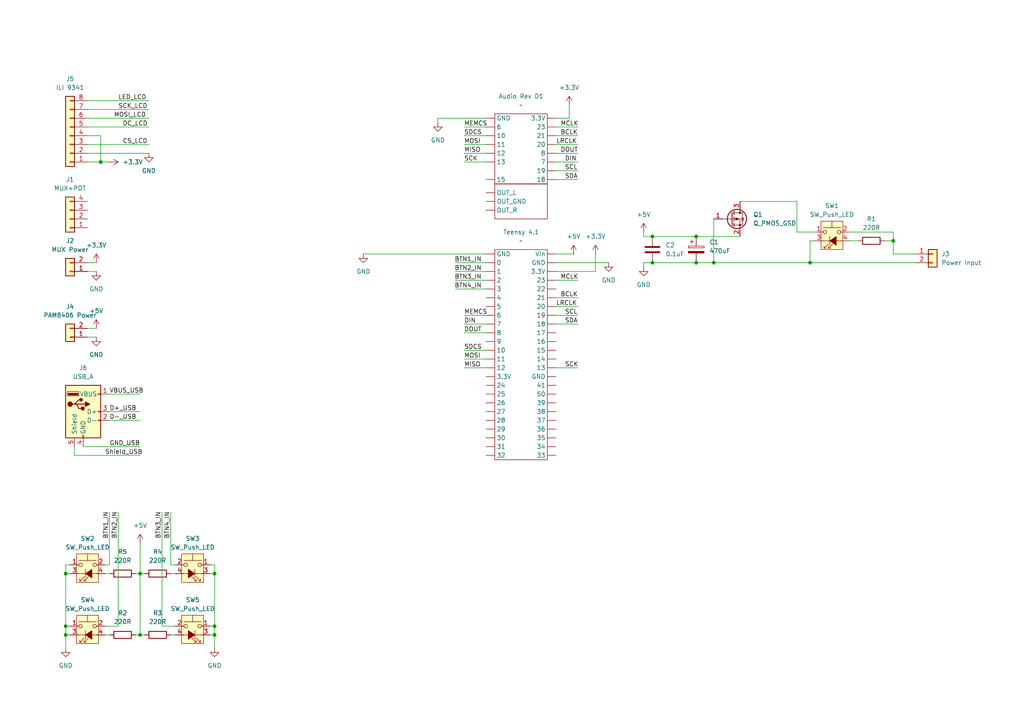
<source format=kicad_sch>
(kicad_sch (version 20250114) (generator "eeschema") (generator_version "9.0")
  (paper "A4")
  (lib_symbols
    (symbol "Connector:USB_A" (pin_names (offset 1.016))
      (property "Reference" "J" (at -5.08 11.43 0))
      (property "Value" "USB_A" (at -5.08 8.89 0))
      (symbol "USB_A_0_1"
        (rectangle (start -5.08 -7.62) (end 5.08 7.62) (stroke (width 0.254)) (fill (type background)))
        (circle (center -3.81 2.159) (radius 0.635) (stroke (width 0.254)) (fill (type outline)))
        (polyline (pts (xy -3.175 2.159) (xy -2.54 2.159) (xy -1.27 3.429) (xy -0.635 3.429)) (stroke (width 0.254)))
        (polyline (pts (xy -2.54 2.159) (xy -1.905 2.159) (xy -1.27 0.889) (xy 0 0.889)) (stroke (width 0.254)))
        (rectangle (start -1.524 4.826) (end -4.318 5.334) (fill (type outline)))
        (rectangle (start -1.27 4.572) (end -4.572 5.842))
        (circle (center -0.635 3.429) (radius 0.381) (stroke (width 0.254)) (fill (type outline)))
        (rectangle (start -0.127 -7.62) (end 0.127 -6.858))
        (rectangle (start 0.254 1.27) (end -0.508 0.508) (stroke (width 0.254)) (fill (type outline)))
        (polyline (pts (xy 0.635 2.794) (xy 0.635 1.524) (xy 1.905 2.159) (xy 0.635 2.794)) (stroke (width 0.254)) (fill (type outline)))
        (rectangle (start 5.08 4.953) (end 4.318 5.207))
        (rectangle (start 5.08 -0.127) (end 4.318 0.127))
        (rectangle (start 5.08 -2.667) (end 4.318 -2.413))
      )
      (symbol "USB_A_1_1"
        (polyline (pts (xy -1.905 2.159) (xy 0.635 2.159)) (stroke (width 0.254)))
        (pin passive line (at -2.54 -10.16 90) (length 2.54) (name "Shield") (number "5"))
        (pin power_in line (at 0 -10.16 90) (length 2.54) (name "GND") (number "4"))
        (pin power_in line (at 7.62 5.08 180) (length 2.54) (name "VBUS") (number "1"))
        (pin bidirectional line (at 7.62 0 180) (length 2.54) (name "D+") (number "3"))
        (pin bidirectional line (at 7.62 -2.54 180) (length 2.54) (name "D-") (number "2"))
      )
    )
    (symbol "Connector_Generic:Conn_01x02" (pin_names (offset 1.016) (hide yes))
      (property "Reference" "J" (at 0 2.54 0))
      (property "Value" "Conn_01x02" (at 0 -5.08 0))
      (symbol "Conn_01x02_1_1"
        (rectangle (start -1.27 1.27) (end 1.27 -3.81) (stroke (width 0.254)) (fill (type background)))
        (rectangle (start -1.27 0.127) (end 0 -0.127) (stroke (width 0.1524)))
        (rectangle (start -1.27 -2.413) (end 0 -2.667) (stroke (width 0.1524)))
        (pin passive line (at -5.08 0 0) (length 3.81) (name "Pin_1") (number "1"))
        (pin passive line (at -5.08 -2.54 0) (length 3.81) (name "Pin_2") (number "2"))
      )
    )
    (symbol "Connector_Generic:Conn_01x04" (pin_names (offset 1.016) (hide yes))
      (property "Reference" "J" (at 0 5.08 0))
      (property "Value" "Conn_01x04" (at 0 -7.62 0))
      (symbol "Conn_01x04_1_1"
        (rectangle (start -1.27 3.81) (end 1.27 -6.35) (stroke (width 0.254)) (fill (type background)))
        (rectangle (start -1.27 2.667) (end 0 2.413) (stroke (width 0.1524)))
        (rectangle (start -1.27 0.127) (end 0 -0.127) (stroke (width 0.1524)))
        (rectangle (start -1.27 -2.413) (end 0 -2.667) (stroke (width 0.1524)))
        (rectangle (start -1.27 -4.953) (end 0 -5.207) (stroke (width 0.1524)))
        (pin passive line (at -5.08 2.54 0) (length 3.81) (name "Pin_1") (number "1"))
        (pin passive line (at -5.08 0 0) (length 3.81) (name "Pin_2") (number "2"))
        (pin passive line (at -5.08 -2.54 0) (length 3.81) (name "Pin_3") (number "3"))
        (pin passive line (at -5.08 -5.08 0) (length 3.81) (name "Pin_4") (number "4"))
      )
    )
    (symbol "Connector_Generic:Conn_01x08" (pin_names (offset 1.016) (hide yes))
      (property "Reference" "J" (at 0 10.16 0))
      (property "Value" "Conn_01x08" (at 0 -12.7 0))
      (symbol "Conn_01x08_1_1"
        (rectangle (start -1.27 8.89) (end 1.27 -11.43) (stroke (width 0.254)) (fill (type background)))
        (rectangle (start -1.27 7.747) (end 0 7.493) (stroke (width 0.1524)))
        (rectangle (start -1.27 5.207) (end 0 4.953) (stroke (width 0.1524)))
        (rectangle (start -1.27 2.667) (end 0 2.413) (stroke (width 0.1524)))
        (rectangle (start -1.27 0.127) (end 0 -0.127) (stroke (width 0.1524)))
        (rectangle (start -1.27 -2.413) (end 0 -2.667) (stroke (width 0.1524)))
        (rectangle (start -1.27 -4.953) (end 0 -5.207) (stroke (width 0.1524)))
        (rectangle (start -1.27 -7.493) (end 0 -7.747) (stroke (width 0.1524)))
        (rectangle (start -1.27 -10.033) (end 0 -10.287) (stroke (width 0.1524)))
        (pin passive line (at -5.08 7.62 0) (length 3.81) (name "Pin_1") (number "1"))
        (pin passive line (at -5.08 5.08 0) (length 3.81) (name "Pin_2") (number "2"))
        (pin passive line (at -5.08 2.54 0) (length 3.81) (name "Pin_3") (number "3"))
        (pin passive line (at -5.08 0 0) (length 3.81) (name "Pin_4") (number "4"))
        (pin passive line (at -5.08 -2.54 0) (length 3.81) (name "Pin_5") (number "5"))
        (pin passive line (at -5.08 -5.08 0) (length 3.81) (name "Pin_6") (number "6"))
        (pin passive line (at -5.08 -7.62 0) (length 3.81) (name "Pin_7") (number "7"))
        (pin passive line (at -5.08 -10.16 0) (length 3.81) (name "Pin_8") (number "8"))
      )
    )
    (symbol "Device:C" (pin_numbers (hide yes)) (pin_names (offset 0.254))
      (property "Reference" "C" (at 0.635 2.54 0))
      (property "Value" "C" (at 0.635 -2.54 0))
      (symbol "C_0_1"
        (polyline (pts (xy -2.032 0.762) (xy 2.032 0.762)) (stroke (width 0.508)))
        (polyline (pts (xy -2.032 -0.762) (xy 2.032 -0.762)) (stroke (width 0.508)))
      )
      (symbol "C_1_1"
        (pin passive line (at 0 3.81 270) (length 2.794) (name "~") (number "1"))
        (pin passive line (at 0 -3.81 90) (length 2.794) (name "~") (number "2"))
      )
    )
    (symbol "Device:C_Polarized" (pin_numbers (hide yes)) (pin_names (offset 0.254))
      (property "Reference" "C" (at 0.635 2.54 0))
      (property "Value" "C_Polarized" (at 0.635 -2.54 0))
      (symbol "C_Polarized_0_1"
        (rectangle (start -2.286 0.508) (end 2.286 1.016))
        (polyline (pts (xy -1.778 2.286) (xy -0.762 2.286)))
        (polyline (pts (xy -1.27 2.794) (xy -1.27 1.778)))
        (rectangle (start 2.286 -0.508) (end -2.286 -1.016) (fill (type outline)))
      )
      (symbol "C_Polarized_1_1"
        (pin passive line (at 0 3.81 270) (length 2.794) (name "~") (number "1"))
        (pin passive line (at 0 -3.81 90) (length 2.794) (name "~") (number "2"))
      )
    )
    (symbol "Device:R" (pin_numbers (hide yes)) (pin_names (offset 0))
      (property "Reference" "R" (at 2.032 0 90))
      (property "Value" "R" (at 0 0 90))
      (symbol "R_0_1"
        (rectangle (start -1.016 -2.54) (end 1.016 2.54) (stroke (width 0.254)))
      )
      (symbol "R_1_1"
        (pin passive line (at 0 3.81 270) (length 1.27) (name "~") (number "1"))
        (pin passive line (at 0 -3.81 90) (length 1.27) (name "~") (number "2"))
      )
    )
    (symbol "Switch:SW_Push_LED" (pin_names (offset 1.016) (hide yes))
      (property "Reference" "SW" (at 0 7.62 0))
      (property "Value" "SW_Push_LED" (at 0 -3.81 0))
      (symbol "SW_Push_LED_0_0"
        (polyline (pts (xy -2.54 0) (xy 2.54 0)))
        (polyline (pts (xy -2.286 -1.524) (xy -2.286 -2.159) (xy -1.651 -2.159)))
        (polyline (pts (xy -2.286 -2.159) (xy -1.016 -0.889)))
        (polyline (pts (xy -1.016 -1.524) (xy -1.016 -2.159) (xy -0.381 -2.159)))
        (polyline (pts (xy -1.016 -2.159) (xy 0.254 -0.889)))
        (polyline (pts (xy -0.635 1.27) (xy -0.635 -1.27)))
        (polyline (pts (xy -0.635 0) (xy 1.27 1.27) (xy 1.27 -1.27) (xy -0.635 0)) (fill (type outline)))
      )
      (symbol "SW_Push_LED_0_1"
        (circle (center -2.032 2.54) (radius 0.508))
        (polyline (pts (xy 0 3.81) (xy 0 5.588)))
        (circle (center 2.032 2.54) (radius 0.508))
        (polyline (pts (xy 2.54 3.81) (xy -2.54 3.81)))
        (pin passive line (at -5.08 2.54 0) (length 2.54) (name "1") (number "1"))
        (pin passive line (at -5.08 0 0) (length 2.54) (name "K") (number "3"))
        (pin passive line (at 5.08 2.54 180) (length 2.54) (name "2") (number "2"))
        (pin passive line (at 5.08 0 180) (length 2.54) (name "A") (number "4"))
      )
      (symbol "SW_Push_LED_1_1"
        (rectangle (start -3.175 5.715) (end 3.175 -2.54) (fill (type background)))
      )
    )
    (symbol "Teensy:Audio_Shield_Rev_D"
      (property "Reference" "Audio Rev D" (at 0 11.43 0))
      (symbol "Audio_Shield_Rev_D_0_1"
        (rectangle (start -7.62 10.16) (end 7.62 -10.16))
        (rectangle (start -7.62 -10.16) (end 7.62 -20.32))
      )
      (symbol "Audio_Shield_Rev_D_1_1"
        (pin power_in line (at -10.16 8.89 0) (length 2.54) (name "GND") (number ""))
        (pin bidirectional line (at -10.16 6.35 0) (length 2.54) (name "6") (number ""))
        (pin bidirectional line (at -10.16 3.81 0) (length 2.54) (name "10") (number ""))
        (pin bidirectional line (at -10.16 1.27 0) (length 2.54) (name "11") (number ""))
        (pin bidirectional line (at -10.16 -1.27 0) (length 2.54) (name "12") (number ""))
        (pin bidirectional line (at -10.16 -3.81 0) (length 2.54) (name "13") (number ""))
        (pin bidirectional line (at -10.16 -8.89 0) (length 2.54) (name "15") (number ""))
        (pin bidirectional line (at -10.16 -12.7 0) (length 2.54) (name "OUT_L") (number ""))
        (pin bidirectional line (at -10.16 -15.24 0) (length 2.54) (name "OUT_GND") (number ""))
        (pin bidirectional line (at -10.16 -17.78 0) (length 2.54) (name "OUT_R") (number ""))
        (pin power_in line (at 10.16 8.89 180) (length 2.54) (name "3.3V") (number ""))
        (pin bidirectional line (at 10.16 6.35 180) (length 2.54) (name "23") (number ""))
        (pin bidirectional line (at 10.16 3.81 180) (length 2.54) (name "21") (number ""))
        (pin bidirectional line (at 10.16 1.27 180) (length 2.54) (name "20") (number ""))
        (pin bidirectional line (at 10.16 -1.27 180) (length 2.54) (name "8") (number ""))
        (pin bidirectional line (at 10.16 -3.81 180) (length 2.54) (name "7") (number ""))
        (pin bidirectional line (at 10.16 -6.35 180) (length 2.54) (name "19") (number ""))
        (pin bidirectional line (at 10.16 -8.89 180) (length 2.54) (name "18") (number ""))
      )
    )
    (symbol "Teensy:Teensy_4.1"
      (property "Reference" "Teensy 4.1" (at 0 32.766 0))
      (symbol "Teensy_4.1_0_1"
        (rectangle (start -7.62 30.48) (end 7.62 -30.48))
      )
      (symbol "Teensy_4.1_1_1"
        (pin power_in line (at -10.16 29.21 0) (length 2.54) (name "GND") (number ""))
        (pin bidirectional line (at -10.16 26.67 0) (length 2.54) (name "0") (number ""))
        (pin bidirectional line (at -10.16 24.13 0) (length 2.54) (name "1") (number ""))
        (pin bidirectional line (at -10.16 21.59 0) (length 2.54) (name "2") (number ""))
        (pin bidirectional line (at -10.16 19.05 0) (length 2.54) (name "3") (number ""))
        (pin bidirectional line (at -10.16 16.51 0) (length 2.54) (name "4") (number ""))
        (pin bidirectional line (at -10.16 13.97 0) (length 2.54) (name "5") (number ""))
        (pin bidirectional line (at -10.16 11.43 0) (length 2.54) (name "6") (number ""))
        (pin bidirectional line (at -10.16 8.89 0) (length 2.54) (name "7") (number ""))
        (pin bidirectional line (at -10.16 6.35 0) (length 2.54) (name "8") (number ""))
        (pin bidirectional line (at -10.16 3.81 0) (length 2.54) (name "9") (number ""))
        (pin bidirectional line (at -10.16 1.27 0) (length 2.54) (name "10") (number ""))
        (pin bidirectional line (at -10.16 -1.27 0) (length 2.54) (name "11") (number ""))
        (pin bidirectional line (at -10.16 -3.81 0) (length 2.54) (name "12") (number ""))
        (pin power_in line (at -10.16 -6.35 0) (length 2.54) (name "3.3V") (number ""))
        (pin bidirectional line (at -10.16 -8.89 0) (length 2.54) (name "24") (number ""))
        (pin bidirectional line (at -10.16 -11.43 0) (length 2.54) (name "25") (number ""))
        (pin bidirectional line (at -10.16 -13.97 0) (length 2.54) (name "26") (number ""))
        (pin bidirectional line (at -10.16 -16.51 0) (length 2.54) (name "27") (number ""))
        (pin bidirectional line (at -10.16 -19.05 0) (length 2.54) (name "28") (number ""))
        (pin bidirectional line (at -10.16 -21.59 0) (length 2.54) (name "29") (number ""))
        (pin bidirectional line (at -10.16 -24.13 0) (length 2.54) (name "30") (number ""))
        (pin bidirectional line (at -10.16 -26.67 0) (length 2.54) (name "31") (number ""))
        (pin bidirectional line (at -10.16 -29.21 0) (length 2.54) (name "32") (number ""))
        (pin power_in line (at 10.16 29.21 180) (length 2.54) (name "Vin") (number ""))
        (pin power_in line (at 10.16 26.67 180) (length 2.54) (name "GND") (number ""))
        (pin power_in line (at 10.16 24.13 180) (length 2.54) (name "3.3V") (number ""))
        (pin bidirectional line (at 10.16 21.59 180) (length 2.54) (name "23") (number ""))
        (pin bidirectional line (at 10.16 19.05 180) (length 2.54) (name "22") (number ""))
        (pin bidirectional line (at 10.16 16.51 180) (length 2.54) (name "21") (number ""))
        (pin bidirectional line (at 10.16 13.97 180) (length 2.54) (name "20") (number ""))
        (pin bidirectional line (at 10.16 11.43 180) (length 2.54) (name "19") (number ""))
        (pin bidirectional line (at 10.16 8.89 180) (length 2.54) (name "18") (number ""))
        (pin bidirectional line (at 10.16 6.35 180) (length 2.54) (name "17") (number ""))
        (pin bidirectional line (at 10.16 3.81 180) (length 2.54) (name "16") (number ""))
        (pin bidirectional line (at 10.16 1.27 180) (length 2.54) (name "15") (number ""))
        (pin bidirectional line (at 10.16 -1.27 180) (length 2.54) (name "14") (number ""))
        (pin bidirectional line (at 10.16 -3.81 180) (length 2.54) (name "13") (number ""))
        (pin power_in line (at 10.16 -6.35 180) (length 2.54) (name "GND") (number ""))
        (pin bidirectional line (at 10.16 -8.89 180) (length 2.54) (name "41") (number ""))
        (pin bidirectional line (at 10.16 -11.43 180) (length 2.54) (name "50") (number ""))
        (pin bidirectional line (at 10.16 -13.97 180) (length 2.54) (name "39") (number ""))
        (pin bidirectional line (at 10.16 -16.51 180) (length 2.54) (name "38") (number ""))
        (pin bidirectional line (at 10.16 -19.05 180) (length 2.54) (name "37") (number ""))
        (pin bidirectional line (at 10.16 -21.59 180) (length 2.54) (name "36") (number ""))
        (pin bidirectional line (at 10.16 -24.13 180) (length 2.54) (name "35") (number ""))
        (pin bidirectional line (at 10.16 -26.67 180) (length 2.54) (name "34") (number ""))
        (pin bidirectional line (at 10.16 -29.21 180) (length 2.54) (name "33") (number ""))
      )
    )
    (symbol "Transistor_FET:Q_PMOS_GSD" (pin_names (offset 0) (hide yes))
      (property "Reference" "Q" (at 5.08 1.905 0))
      (property "Value" "Q_PMOS_GSD" (at 5.08 0 0))
      (symbol "Q_PMOS_GSD_0_1"
        (polyline (pts (xy 0.254 1.905) (xy 0.254 -1.905)) (stroke (width 0.254)))
        (polyline (pts (xy 0.254 0) (xy -2.54 0)))
        (polyline (pts (xy 0.762 2.286) (xy 0.762 1.27)) (stroke (width 0.254)))
        (polyline (pts (xy 0.762 1.778) (xy 3.302 1.778) (xy 3.302 -1.778) (xy 0.762 -1.778)))
        (polyline (pts (xy 0.762 0.508) (xy 0.762 -0.508)) (stroke (width 0.254)))
        (polyline (pts (xy 0.762 -1.27) (xy 0.762 -2.286)) (stroke (width 0.254)))
        (circle (center 1.651 0) (radius 2.794) (stroke (width 0.254)))
        (polyline (pts (xy 2.286 0) (xy 1.27 0.381) (xy 1.27 -0.381) (xy 2.286 0)) (fill (type outline)))
        (polyline (pts (xy 2.54 2.54) (xy 2.54 1.778)))
        (circle (center 2.54 1.778) (radius 0.254) (fill (type outline)))
        (circle (center 2.54 -1.778) (radius 0.254) (fill (type outline)))
        (polyline (pts (xy 2.54 -2.54) (xy 2.54 0) (xy 0.762 0)))
        (polyline (pts (xy 2.921 -0.381) (xy 3.683 -0.381)))
        (polyline (pts (xy 3.302 -0.381) (xy 2.921 0.254) (xy 3.683 0.254) (xy 3.302 -0.381)))
      )
      (symbol "Q_PMOS_GSD_1_1"
        (pin input line (at -5.08 0 0) (length 2.54) (name "G") (number "1"))
        (pin passive line (at 2.54 5.08 270) (length 2.54) (name "D") (number "3"))
        (pin passive line (at 2.54 -5.08 90) (length 2.54) (name "S") (number "2"))
      )
    )
    (symbol "power:+3.3V" (power) (pin_numbers (hide yes)) (pin_names (offset 0) (hide yes))
      (property "Value" "+3.3V" (at 0 3.556 0))
      (symbol "+3.3V_0_1"
        (polyline (pts (xy -0.762 1.27) (xy 0 2.54)))
        (polyline (pts (xy 0 2.54) (xy 0.762 1.27)))
        (polyline (pts (xy 0 0) (xy 0 2.54)))
      )
      (symbol "+3.3V_1_1"
        (pin power_in line (at 0 0 90) (length 0) (name "~") (number "1"))
      )
    )
    (symbol "power:+5V" (power) (pin_numbers (hide yes)) (pin_names (offset 0) (hide yes))
      (property "Value" "+5V" (at 0 3.556 0))
      (symbol "+5V_0_1"
        (polyline (pts (xy -0.762 1.27) (xy 0 2.54)))
        (polyline (pts (xy 0 2.54) (xy 0.762 1.27)))
        (polyline (pts (xy 0 0) (xy 0 2.54)))
      )
      (symbol "+5V_1_1"
        (pin power_in line (at 0 0 90) (length 0) (name "~") (number "1"))
      )
    )
    (symbol "power:GND" (power) (pin_numbers (hide yes)) (pin_names (offset 0) (hide yes))
      (property "Value" "GND" (at 0 -3.81 0))
      (symbol "GND_0_1"
        (polyline (pts (xy 0 0) (xy 0 -1.27) (xy 1.27 -1.27) (xy 0 -2.54) (xy -1.27 -1.27) (xy 0 -1.27)))
      )
      (symbol "GND_1_1"
        (pin power_in line (at 0 0 270) (length 0) (name "~") (number "1"))
      )
    )
  )
  (junction (at 207.01 76.2))
  (junction (at 62.23 166.37))
  (junction (at 29.21 46.99))
  (junction (at 189.23 68.58))
  (junction (at 19.05 184.15))
  (junction (at 259.08 69.85))
  (junction (at 62.23 181.61))
  (junction (at 19.05 166.37))
  (junction (at 19.05 181.61))
  (junction (at 201.93 68.58))
  (junction (at 40.64 166.37))
  (junction (at 234.95 76.2))
  (junction (at 201.93 76.2))
  (junction (at 40.64 184.15))
  (junction (at 189.23 76.2))
  (junction (at 62.23 184.15))
  (wire (pts (xy 165.1 30.48) (xy 165.1 34.29)))
  (wire (pts (xy 46.99 148.59) (xy 46.99 181.61)))
  (wire (pts (xy 234.95 69.85) (xy 234.95 76.2)))
  (wire (pts (xy 60.96 184.15) (xy 62.23 184.15)))
  (wire (pts (xy 132.08 81.28) (xy 140.97 81.28)))
  (wire (pts (xy 27.94 95.25) (xy 25.4 95.25)))
  (wire (pts (xy 161.29 41.91) (xy 167.64 41.91)))
  (wire (pts (xy 256.54 69.85) (xy 259.08 69.85)))
  (wire (pts (xy 105.41 73.66) (xy 140.97 73.66)))
  (wire (pts (xy 248.92 69.85) (xy 246.38 69.85)))
  (wire (pts (xy 161.29 93.98) (xy 167.64 93.98)))
  (wire (pts (xy 19.05 163.83) (xy 19.05 166.37)))
  (wire (pts (xy 25.4 41.91) (xy 43.18 41.91)))
  (wire (pts (xy 201.93 76.2) (xy 207.01 76.2)))
  (wire (pts (xy 186.69 76.2) (xy 189.23 76.2)))
  (wire (pts (xy 29.21 46.99) (xy 31.75 46.99)))
  (wire (pts (xy 161.29 44.45) (xy 167.64 44.45)))
  (wire (pts (xy 60.96 181.61) (xy 62.23 181.61)))
  (wire (pts (xy 134.62 46.99) (xy 140.97 46.99)))
  (wire (pts (xy 34.29 148.59) (xy 34.29 181.61)))
  (wire (pts (xy 31.75 121.92) (xy 40.64 121.92)))
  (wire (pts (xy 161.29 76.2) (xy 176.53 76.2)))
  (wire (pts (xy 49.53 166.37) (xy 50.8 166.37)))
  (wire (pts (xy 231.14 58.42) (xy 231.14 67.31)))
  (wire (pts (xy 25.4 34.29) (xy 43.18 34.29)))
  (wire (pts (xy 134.62 93.98) (xy 140.97 93.98)))
  (wire (pts (xy 161.29 78.74) (xy 172.72 78.74)))
  (wire (pts (xy 30.48 163.83) (xy 31.75 163.83)))
  (wire (pts (xy 134.62 101.6) (xy 140.97 101.6)))
  (wire (pts (xy 161.29 106.68) (xy 167.64 106.68)))
  (wire (pts (xy 25.4 29.21) (xy 43.18 29.21)))
  (wire (pts (xy 21.59 129.54) (xy 21.59 132.08)))
  (wire (pts (xy 161.29 81.28) (xy 167.64 81.28)))
  (wire (pts (xy 49.53 184.15) (xy 50.8 184.15)))
  (wire (pts (xy 189.23 76.2) (xy 201.93 76.2)))
  (wire (pts (xy 43.18 44.45) (xy 25.4 44.45)))
  (wire (pts (xy 19.05 181.61) (xy 19.05 184.15)))
  (wire (pts (xy 134.62 36.83) (xy 140.97 36.83)))
  (wire (pts (xy 27.94 76.2) (xy 25.4 76.2)))
  (wire (pts (xy 132.08 76.2) (xy 140.97 76.2)))
  (wire (pts (xy 186.69 76.2) (xy 186.69 77.47)))
  (wire (pts (xy 207.01 63.5) (xy 207.01 76.2)))
  (wire (pts (xy 19.05 181.61) (xy 20.32 181.61)))
  (wire (pts (xy 134.62 39.37) (xy 140.97 39.37)))
  (wire (pts (xy 231.14 58.42) (xy 214.63 58.42)))
  (wire (pts (xy 161.29 46.99) (xy 167.64 46.99)))
  (wire (pts (xy 161.29 36.83) (xy 167.64 36.83)))
  (wire (pts (xy 62.23 184.15) (xy 62.23 187.96)))
  (wire (pts (xy 31.75 184.15) (xy 30.48 184.15)))
  (wire (pts (xy 31.75 166.37) (xy 30.48 166.37)))
  (wire (pts (xy 39.37 166.37) (xy 40.64 166.37)))
  (wire (pts (xy 40.64 157.48) (xy 40.64 166.37)))
  (wire (pts (xy 60.96 166.37) (xy 62.23 166.37)))
  (wire (pts (xy 21.59 132.08) (xy 40.64 132.08)))
  (wire (pts (xy 31.75 114.3) (xy 40.64 114.3)))
  (wire (pts (xy 186.69 67.31) (xy 186.69 68.58)))
  (wire (pts (xy 62.23 166.37) (xy 62.23 181.61)))
  (wire (pts (xy 161.29 34.29) (xy 165.1 34.29)))
  (wire (pts (xy 19.05 184.15) (xy 19.05 187.96)))
  (wire (pts (xy 40.64 166.37) (xy 40.64 184.15)))
  (wire (pts (xy 31.75 119.38) (xy 40.64 119.38)))
  (wire (pts (xy 186.69 68.58) (xy 189.23 68.58)))
  (wire (pts (xy 161.29 86.36) (xy 167.64 86.36)))
  (wire (pts (xy 161.29 52.07) (xy 167.64 52.07)))
  (wire (pts (xy 207.01 76.2) (xy 234.95 76.2)))
  (wire (pts (xy 25.4 46.99) (xy 29.21 46.99)))
  (wire (pts (xy 27.94 97.79) (xy 25.4 97.79)))
  (wire (pts (xy 20.32 166.37) (xy 19.05 166.37)))
  (wire (pts (xy 161.29 88.9) (xy 167.64 88.9)))
  (wire (pts (xy 189.23 68.58) (xy 201.93 68.58)))
  (wire (pts (xy 62.23 163.83) (xy 62.23 166.37)))
  (wire (pts (xy 19.05 184.15) (xy 20.32 184.15)))
  (wire (pts (xy 134.62 91.44) (xy 140.97 91.44)))
  (wire (pts (xy 161.29 49.53) (xy 167.64 49.53)))
  (wire (pts (xy 161.29 39.37) (xy 167.64 39.37)))
  (wire (pts (xy 134.62 44.45) (xy 140.97 44.45)))
  (wire (pts (xy 20.32 163.83) (xy 19.05 163.83)))
  (wire (pts (xy 161.29 91.44) (xy 167.64 91.44)))
  (wire (pts (xy 50.8 181.61) (xy 46.99 181.61)))
  (wire (pts (xy 236.22 67.31) (xy 231.14 67.31)))
  (wire (pts (xy 40.64 184.15) (xy 39.37 184.15)))
  (wire (pts (xy 60.96 163.83) (xy 62.23 163.83)))
  (wire (pts (xy 62.23 181.61) (xy 62.23 184.15)))
  (wire (pts (xy 29.21 39.37) (xy 29.21 46.99)))
  (wire (pts (xy 41.91 166.37) (xy 40.64 166.37)))
  (wire (pts (xy 25.4 39.37) (xy 29.21 39.37)))
  (wire (pts (xy 25.4 36.83) (xy 43.18 36.83)))
  (wire (pts (xy 24.13 129.54) (xy 40.64 129.54)))
  (wire (pts (xy 25.4 31.75) (xy 43.18 31.75)))
  (wire (pts (xy 234.95 76.2) (xy 265.43 76.2)))
  (wire (pts (xy 134.62 106.68) (xy 140.97 106.68)))
  (wire (pts (xy 31.75 148.59) (xy 31.75 163.83)))
  (wire (pts (xy 201.93 68.58) (xy 214.63 68.58)))
  (wire (pts (xy 27.94 78.74) (xy 25.4 78.74)))
  (wire (pts (xy 19.05 166.37) (xy 19.05 181.61)))
  (wire (pts (xy 134.62 41.91) (xy 140.97 41.91)))
  (wire (pts (xy 49.53 148.59) (xy 49.53 163.83)))
  (wire (pts (xy 40.64 184.15) (xy 41.91 184.15)))
  (wire (pts (xy 259.08 67.31) (xy 246.38 67.31)))
  (wire (pts (xy 127 35.56) (xy 127 34.29)))
  (wire (pts (xy 132.08 78.74) (xy 140.97 78.74)))
  (wire (pts (xy 259.08 73.66) (xy 265.43 73.66)))
  (wire (pts (xy 127 34.29) (xy 140.97 34.29)))
  (wire (pts (xy 50.8 163.83) (xy 49.53 163.83)))
  (wire (pts (xy 234.95 69.85) (xy 236.22 69.85)))
  (wire (pts (xy 134.62 96.52) (xy 140.97 96.52)))
  (wire (pts (xy 172.72 78.74) (xy 172.72 73.66)))
  (wire (pts (xy 134.62 104.14) (xy 140.97 104.14)))
  (wire (pts (xy 259.08 69.85) (xy 259.08 73.66)))
  (wire (pts (xy 166.37 73.66) (xy 161.29 73.66)))
  (wire (pts (xy 259.08 67.31) (xy 259.08 69.85)))
  (wire (pts (xy 30.48 181.61) (xy 34.29 181.61)))
  (wire (pts (xy 132.08 83.82) (xy 140.97 83.82)))
  (label "DOUT" (at 162.56 44.45 0))
  (label "CS_LCD" (at 35.56 41.91 0))
  (label "BTN4_IN" (at 49.53 156.21 90))
  (label "BTN3_IN" (at 46.99 156.21 90))
  (label "SDCS" (at 134.62 39.37 0))
  (label "MCLK" (at 162.56 36.83 0))
  (label "MOSI_LCD" (at 33.02 34.29 0))
  (label "BTN1_IN" (at 31.75 156.21 90))
  (label "LRCLK" (at 161.29 41.91 0))
  (label "VBUS_USB" (at 31.75 114.3 0))
  (label "SCK_LCD" (at 34.29 31.75 0))
  (label "MOSI" (at 134.62 41.91 0))
  (label "GND_USB" (at 31.75 129.54 0))
  (label "LED_LCD" (at 34.29 29.21 0))
  (label "D-_USB" (at 31.75 121.92 0))
  (label "DIN" (at 134.62 93.98 0))
  (label "SCK" (at 163.83 106.68 0))
  (label "BTN2_IN" (at 139.7 78.74 180))
  (label "MISO" (at 134.62 44.45 0))
  (label "BTN2_IN" (at 34.29 156.21 90))
  (label "MEMCS" (at 134.62 91.44 0))
  (label "SCK" (at 134.62 46.99 0))
  (label "BTN4_IN" (at 139.7 83.82 180))
  (label "MISO" (at 134.62 106.68 0))
  (label "Shield_USB" (at 30.48 132.08 0))
  (label "DC_LCD" (at 35.56 36.83 0))
  (label "DOUT" (at 134.62 96.52 0))
  (label "LRCLK" (at 161.29 88.9 0))
  (label "BCLK" (at 162.56 39.37 0))
  (label "SCL" (at 163.83 91.44 0))
  (label "SDCS" (at 134.62 101.6 0))
  (label "SDA" (at 163.83 93.98 0))
  (label "MOSI" (at 134.62 104.14 0))
  (label "MEMCS" (at 134.62 36.83 0))
  (label "SCL" (at 163.83 49.53 0))
  (label "BTN1_IN" (at 139.7 76.2 180))
  (label "D+_USB" (at 31.75 119.38 0))
  (label "MCLK" (at 162.56 81.28 0))
  (label "SDA" (at 163.83 52.07 0))
  (label "BTN3_IN" (at 139.7 81.28 180))
  (label "DIN" (at 163.83 46.99 0))
  (label "BCLK" (at 162.56 86.36 0))
  (symbol (lib_id "Device:R") (at 35.56 166.37 90) (unit 1)
    (property "Reference" "R5" (at 35.56 160.02 90))
    (property "Value" "220R" (at 35.56 162.56 90))
    (property "Description" "Resistor" (effects (hide yes)))
  )
  (symbol (lib_id "power:GND") (at 186.69 77.47 0) (unit 1)
    (property "Reference" "#PWR08" (effects (hide yes)))
    (property "Value" "GND" (at 186.69 82.55 0))
    (property "Description" "Power symbol creates a global label with name \"GND\" , ground" (effects (hide yes)))
  )
  (symbol (lib_id "Switch:SW_Push_LED") (at 25.4 166.37 0) (unit 1)
    (property "Reference" "SW2" (at 25.4 156.21 0))
    (property "Value" "SW_Push_LED" (at 25.4 158.75 0))
    (property "Description" "Push button switch with LED, generic" (effects (hide yes)))
  )
  (symbol (lib_id "Switch:SW_Push_LED") (at 241.3 69.85 0) (unit 1)
    (property "Reference" "SW1" (at 241.3 59.69 0))
    (property "Value" "SW_Push_LED" (at 241.3 62.23 0))
    (property "Description" "Push button switch with LED, generic" (effects (hide yes)))
  )
  (symbol (lib_id "power:+3.3V") (at 27.94 76.2 0) (unit 1)
    (property "Reference" "#PWR06" (effects (hide yes)))
    (property "Value" "+3.3V" (at 27.94 71.12 0))
    (property "Description" "Power symbol creates a global label with name \"+3.3V\"" (effects (hide yes)))
  )
  (symbol (lib_id "Teensy:Teensy_4.1") (at 151.13 102.87 0) (unit 1)
    (property "Reference" "Teensy 4.1" (at 151.13 67.31 0))
    (property "Value" "~" (at 151.13 69.85 0))
  )
  (symbol (lib_id "power:+5V") (at 186.69 67.31 0) (mirror y) (unit 1)
    (property "Reference" "#PWR07" (effects (hide yes)))
    (property "Value" "+5V" (at 186.69 62.23 0))
    (property "Description" "Power symbol creates a global label with name \"+5V\"" (effects (hide yes)))
  )
  (symbol (lib_id "Connector_Generic:Conn_01x02") (at 270.51 73.66 0) (unit 1)
    (property "Reference" "J3" (at 273.05 73.6599 0) (effects (justify left)))
    (property "Value" "Power Input" (at 273.05 76.1999 0) (effects (justify left)))
    (property "Description" "Generic connector, single row, 01x02, script generated (kicad-library-utils/schlib/autogen/connector/)" (effects (hide yes)))
  )
  (symbol (lib_id "Device:R") (at 35.56 184.15 90) (unit 1)
    (property "Reference" "R2" (at 35.56 177.8 90))
    (property "Value" "220R" (at 35.56 180.34 90))
    (property "Description" "Resistor" (effects (hide yes)))
  )
  (symbol (lib_id "power:GND") (at 62.23 187.96 0) (mirror y) (unit 1)
    (property "Reference" "#PWR016" (effects (hide yes)))
    (property "Value" "GND" (at 62.23 193.04 0))
    (property "Description" "Power symbol creates a global label with name \"GND\" , ground" (effects (hide yes)))
  )
  (symbol (lib_id "Connector_Generic:Conn_01x02") (at 20.32 97.79 180) (unit 1)
    (property "Reference" "J4" (at 20.32 88.9 0))
    (property "Value" "PAM8406 Power" (at 20.32 91.44 0))
    (property "Description" "Generic connector, single row, 01x02, script generated (kicad-library-utils/schlib/autogen/connector/)" (effects (hide yes)))
  )
  (symbol (lib_id "Transistor_FET:Q_PMOS_GSD") (at 212.09 63.5 0) (unit 1)
    (property "Reference" "Q1" (at 218.44 62.2299 0) (effects (justify left)))
    (property "Value" "Q_PMOS_GSD" (at 218.44 64.7699 0) (effects (justify left)))
    (property "Description" "P-MOSFET transistor, gate/source/drain" (effects (hide yes)))
  )
  (symbol (lib_id "Device:R") (at 45.72 166.37 270) (mirror x) (unit 1)
    (property "Reference" "R4" (at 45.72 160.02 90))
    (property "Value" "220R" (at 45.72 162.56 90))
    (property "Description" "Resistor" (effects (hide yes)))
  )
  (symbol (lib_id "Connector_Generic:Conn_01x08") (at 20.32 39.37 180) (unit 1)
    (property "Reference" "J5" (at 20.32 22.86 0))
    (property "Value" "ILI 9341" (at 20.32 25.4 0))
    (property "Description" "Generic connector, single row, 01x08, script generated (kicad-library-utils/schlib/autogen/connector/)" (effects (hide yes)))
  )
  (symbol (lib_id "Teensy:Audio_Shield_Rev_D") (at 151.13 43.18 0) (unit 1)
    (property "Reference" "Audio Rev D1" (at 151.13 27.94 0))
    (property "Value" "~" (at 151.13 30.48 0))
  )
  (symbol (lib_id "Device:R") (at 252.73 69.85 90) (unit 1)
    (property "Reference" "R1" (at 252.73 63.5 90))
    (property "Value" "220R" (at 252.73 66.04 90))
    (property "Description" "Resistor" (effects (hide yes)))
  )
  (symbol (lib_id "Connector:USB_A") (at 24.13 119.38 0) (unit 1)
    (property "Reference" "J6" (at 24.13 106.68 0))
    (property "Value" "USB_A" (at 24.13 109.22 0))
    (property "Description" "USB Type A connector" (effects (hide yes)))
  )
  (symbol (lib_id "power:+5V") (at 27.94 95.25 0) (mirror y) (unit 1)
    (property "Reference" "#PWR011" (effects (hide yes)))
    (property "Value" "+5V" (at 27.94 90.17 0))
    (property "Description" "Power symbol creates a global label with name \"+5V\"" (effects (hide yes)))
  )
  (symbol (lib_id "Device:R") (at 45.72 184.15 270) (mirror x) (unit 1)
    (property "Reference" "R3" (at 45.72 177.8 90))
    (property "Value" "220R" (at 45.72 180.34 90))
    (property "Description" "Resistor" (effects (hide yes)))
  )
  (symbol (lib_id "power:GND") (at 176.53 76.2 0) (mirror y) (unit 1)
    (property "Reference" "#PWR010" (effects (hide yes)))
    (property "Value" "GND" (at 176.53 81.28 0))
    (property "Description" "Power symbol creates a global label with name \"GND\" , ground" (effects (hide yes)))
  )
  (symbol (lib_id "power:GND") (at 43.18 44.45 0) (unit 1)
    (property "Reference" "#PWR014" (effects (hide yes)))
    (property "Value" "GND" (at 43.18 49.53 0))
    (property "Description" "Power symbol creates a global label with name \"GND\" , ground" (effects (hide yes)))
  )
  (symbol (lib_id "Switch:SW_Push_LED") (at 25.4 184.15 0) (unit 1)
    (property "Reference" "SW4" (at 25.4 173.99 0))
    (property "Value" "SW_Push_LED" (at 25.4 176.53 0))
    (property "Description" "Push button switch with LED, generic" (effects (hide yes)))
  )
  (symbol (lib_id "power:+3.3V") (at 31.75 46.99 270) (unit 1)
    (property "Reference" "#PWR013" (effects (hide yes)))
    (property "Value" "+3.3V" (at 35.56 46.9899 90) (effects (justify left)))
    (property "Description" "Power symbol creates a global label with name \"+3.3V\"" (effects (hide yes)))
  )
  (symbol (lib_id "Switch:SW_Push_LED") (at 55.88 184.15 0) (mirror y) (unit 1)
    (property "Reference" "SW5" (at 55.88 173.99 0))
    (property "Value" "SW_Push_LED" (at 55.88 176.53 0))
    (property "Description" "Push button switch with LED, generic" (effects (hide yes)))
  )
  (symbol (lib_id "power:+3.3V") (at 172.72 73.66 0) (unit 1)
    (property "Reference" "#PWR04" (effects (hide yes)))
    (property "Value" "+3.3V" (at 172.72 68.58 0))
    (property "Description" "Power symbol creates a global label with name \"+3.3V\"" (effects (hide yes)))
  )
  (symbol (lib_id "Connector_Generic:Conn_01x04") (at 20.32 63.5 180) (unit 1)
    (property "Reference" "J1" (at 20.32 52.07 0))
    (property "Value" "MUX+POT" (at 20.32 54.61 0))
    (property "Description" "Generic connector, single row, 01x04, script generated (kicad-library-utils/schlib/autogen/connector/)" (effects (hide yes)))
  )
  (symbol (lib_id "power:GND") (at 19.05 187.96 0) (unit 1)
    (property "Reference" "#PWR015" (effects (hide yes)))
    (property "Value" "GND" (at 19.05 193.04 0))
    (property "Description" "Power symbol creates a global label with name \"GND\" , ground" (effects (hide yes)))
  )
  (symbol (lib_id "power:+5V") (at 166.37 73.66 0) (mirror y) (unit 1)
    (property "Reference" "#PWR09" (effects (hide yes)))
    (property "Value" "+5V" (at 166.37 68.58 0))
    (property "Description" "Power symbol creates a global label with name \"+5V\"" (effects (hide yes)))
  )
  (symbol (lib_id "power:GND") (at 105.41 73.66 0) (unit 1)
    (property "Reference" "#PWR03" (effects (hide yes)))
    (property "Value" "GND" (at 105.41 78.74 0))
    (property "Description" "Power symbol creates a global label with name \"GND\" , ground" (effects (hide yes)))
  )
  (symbol (lib_id "power:+3.3V") (at 165.1 30.48 0) (unit 1)
    (property "Reference" "#PWR02" (effects (hide yes)))
    (property "Value" "+3.3V" (at 165.1 25.4 0))
    (property "Description" "Power symbol creates a global label with name \"+3.3V\"" (effects (hide yes)))
  )
  (symbol (lib_id "Device:C_Polarized") (at 201.93 72.39 0) (unit 1)
    (property "Reference" "C1" (at 205.74 70.2309 0) (effects (justify left)))
    (property "Value" "470uF" (at 205.74 72.7709 0) (effects (justify left)))
    (property "Description" "Polarized capacitor" (effects (hide yes)))
  )
  (symbol (lib_id "power:GND") (at 127 35.56 0) (unit 1)
    (property "Reference" "#PWR01" (effects (hide yes)))
    (property "Value" "GND" (at 127 40.64 0))
    (property "Description" "Power symbol creates a global label with name \"GND\" , ground" (effects (hide yes)))
  )
  (symbol (lib_id "power:GND") (at 27.94 78.74 0) (unit 1)
    (property "Reference" "#PWR05" (effects (hide yes)))
    (property "Value" "GND" (at 27.94 83.82 0))
    (property "Description" "Power symbol creates a global label with name \"GND\" , ground" (effects (hide yes)))
  )
  (symbol (lib_id "Connector_Generic:Conn_01x02") (at 20.32 78.74 180) (unit 1)
    (property "Reference" "J2" (at 20.32 69.85 0))
    (property "Value" "MUX Power" (at 20.32 72.39 0))
    (property "Description" "Generic connector, single row, 01x02, script generated (kicad-library-utils/schlib/autogen/connector/)" (effects (hide yes)))
  )
  (symbol (lib_id "power:GND") (at 27.94 97.79 0) (unit 1)
    (property "Reference" "#PWR012" (effects (hide yes)))
    (property "Value" "GND" (at 27.94 102.87 0))
    (property "Description" "Power symbol creates a global label with name \"GND\" , ground" (effects (hide yes)))
  )
  (symbol (lib_id "Switch:SW_Push_LED") (at 55.88 166.37 0) (mirror y) (unit 1)
    (property "Reference" "SW3" (at 55.88 156.21 0))
    (property "Value" "SW_Push_LED" (at 55.88 158.75 0))
    (property "Description" "Push button switch with LED, generic" (effects (hide yes)))
  )
  (symbol (lib_id "Device:C") (at 189.23 72.39 0) (unit 1)
    (property "Reference" "C2" (at 193.04 71.1199 0) (effects (justify left)))
    (property "Value" "0.1uF" (at 193.04 73.6599 0) (effects (justify left)))
    (property "Description" "Unpolarized capacitor" (effects (hide yes)))
  )
  (symbol (lib_id "power:+5V") (at 40.64 157.48 0) (mirror y) (unit 1)
    (property "Reference" "#PWR017" (effects (hide yes)))
    (property "Value" "+5V" (at 40.64 152.4 0))
    (property "Description" "Power symbol creates a global label with name \"+5V\"" (effects (hide yes)))
  )
)
</source>
